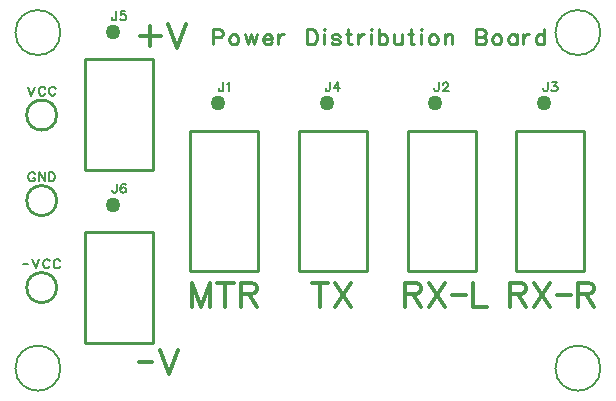
<source format=gbr>
G04 DipTrace 3.3.1.3*
G04 TopSilk.gbr*
%MOIN*%
G04 #@! TF.FileFunction,Legend,Top*
G04 #@! TF.Part,Single*
%ADD10C,0.009843*%
%ADD17C,0.005*%
%ADD19C,0.049984*%
%ADD22C,0.049984*%
%ADD33C,0.006562*%
%ADD34C,0.012351*%
%ADD35C,0.010936*%
%FSLAX26Y26*%
G04*
G70*
G90*
G75*
G01*
G04 TopSilk*
%LPD*%
X62500Y368750D2*
D10*
G02X62500Y368750I50000J0D01*
G01*
Y658750D2*
G02X62500Y658750I50000J0D01*
G01*
X833858Y892084D2*
X607480D1*
Y423573D1*
X833858D1*
Y892084D1*
D19*
X700001Y982819D3*
X1558858Y892084D2*
D10*
X1332480D1*
Y423573D1*
X1558858D1*
Y892084D1*
D19*
X1425001Y982819D3*
X1921358Y892084D2*
D10*
X1694980D1*
Y423573D1*
X1921358D1*
Y892084D1*
D19*
X1787501Y982819D3*
X1196358Y892084D2*
D10*
X969980D1*
Y423573D1*
X1196358D1*
Y892084D1*
D19*
X1062501Y982819D3*
X483858Y1129583D2*
D10*
X257480D1*
Y759498D1*
X483858D1*
Y1129583D1*
D22*
X350001Y1219534D3*
X483858Y554583D2*
D10*
X257480D1*
Y184498D1*
X483858D1*
Y554583D1*
D22*
X350001Y644534D3*
X62500Y943750D2*
D10*
G02X62500Y943750I50000J0D01*
G01*
X25000Y1218750D2*
D17*
G02X25000Y1218750I75000J0D01*
G01*
X1825000D2*
G02X1825000Y1218750I75000J0D01*
G01*
X25000Y100000D2*
G02X25000Y100000I75000J0D01*
G01*
X1825000D2*
G02X1825000Y100000I75000J0D01*
G01*
X51529Y448560D2*
D33*
X68109D1*
X81233Y463649D2*
X92707Y433505D1*
X104181Y463649D1*
X138826Y456486D2*
X137400Y459338D1*
X134515Y462223D1*
X131663Y463649D1*
X125926D1*
X123041Y462223D1*
X120189Y459338D1*
X118730Y456486D1*
X117304Y452175D1*
Y444979D1*
X118730Y440701D1*
X120189Y437816D1*
X123041Y434964D1*
X125926Y433505D1*
X131663D1*
X134515Y434964D1*
X137400Y437816D1*
X138826Y440701D1*
X173471Y456486D2*
X172045Y459338D1*
X169160Y462223D1*
X166308Y463649D1*
X160571D1*
X157686Y462223D1*
X154834Y459338D1*
X153375Y456486D1*
X151949Y452175D1*
Y444979D1*
X153375Y440701D1*
X154834Y437816D1*
X157686Y434964D1*
X160571Y433505D1*
X166308D1*
X169160Y434964D1*
X172045Y437816D1*
X173471Y440701D1*
X90042Y746486D2*
X88616Y749338D1*
X85731Y752223D1*
X82879Y753649D1*
X77142D1*
X74257Y752223D1*
X71405Y749338D1*
X69946Y746486D1*
X68520Y742175D1*
Y734979D1*
X69946Y730701D1*
X71405Y727816D1*
X74257Y724964D1*
X77142Y723505D1*
X82879D1*
X85731Y724964D1*
X88616Y727816D1*
X90042Y730701D1*
Y734979D1*
X82879D1*
X123261Y753649D2*
Y723505D1*
X103165Y753649D1*
Y723505D1*
X136384Y753649D2*
Y723505D1*
X146432D1*
X150743Y724964D1*
X153628Y727816D1*
X155054Y730701D1*
X156480Y734979D1*
Y742175D1*
X155054Y746486D1*
X153628Y749338D1*
X150743Y752223D1*
X146432Y753649D1*
X136384D1*
X717689Y1052724D2*
Y1029776D1*
X716263Y1025465D1*
X714804Y1024039D1*
X711952Y1022580D1*
X709067D1*
X706215Y1024039D1*
X704789Y1025465D1*
X703330Y1029776D1*
Y1032628D1*
X730812Y1046953D2*
X733698Y1048413D1*
X738009Y1052690D1*
Y1022580D1*
X1436239Y1052724D2*
Y1029776D1*
X1434813Y1025465D1*
X1433354Y1024039D1*
X1430502Y1022580D1*
X1427617D1*
X1424765Y1024039D1*
X1423339Y1025465D1*
X1421880Y1029776D1*
Y1032628D1*
X1450822Y1045528D2*
Y1046953D1*
X1452248Y1049839D1*
X1453674Y1051264D1*
X1456559Y1052690D1*
X1462296D1*
X1465147Y1051264D1*
X1466573Y1049839D1*
X1468033Y1046953D1*
Y1044102D1*
X1466573Y1041216D1*
X1463722Y1036939D1*
X1449362Y1022580D1*
X1469458D1*
X1798739Y1052724D2*
Y1029776D1*
X1797313Y1025465D1*
X1795854Y1024039D1*
X1793002Y1022580D1*
X1790117D1*
X1787265Y1024039D1*
X1785839Y1025465D1*
X1784380Y1029776D1*
Y1032628D1*
X1814748Y1052690D2*
X1830499D1*
X1821910Y1041216D1*
X1826222D1*
X1829073Y1039791D1*
X1830499Y1038365D1*
X1831958Y1034054D1*
Y1031202D1*
X1830499Y1026891D1*
X1827647Y1024006D1*
X1823336Y1022580D1*
X1819025D1*
X1814748Y1024006D1*
X1813322Y1025465D1*
X1811862Y1028317D1*
X1073026Y1052724D2*
Y1029776D1*
X1071600Y1025465D1*
X1070141Y1024039D1*
X1067289Y1022580D1*
X1064404D1*
X1061552Y1024039D1*
X1060126Y1025465D1*
X1058667Y1029776D1*
Y1032628D1*
X1100509Y1022580D2*
Y1052690D1*
X1086150Y1032628D1*
X1107671D1*
X361239Y1289436D2*
Y1266488D1*
X359813Y1262177D1*
X358354Y1260751D1*
X355502Y1259292D1*
X352617D1*
X349765Y1260751D1*
X348339Y1262177D1*
X346880Y1266488D1*
Y1269340D1*
X391573Y1289403D2*
X377248D1*
X375822Y1276503D1*
X377248Y1277929D1*
X381559Y1279388D1*
X385836D1*
X390147Y1277929D1*
X393033Y1275077D1*
X394458Y1270766D1*
Y1267914D1*
X393033Y1263603D1*
X390147Y1260718D1*
X385836Y1259292D1*
X381559D1*
X377248Y1260718D1*
X375822Y1262177D1*
X374362Y1265029D1*
X361969Y714436D2*
Y691488D1*
X360543Y687177D1*
X359084Y685751D1*
X356232Y684292D1*
X353347D1*
X350495Y685751D1*
X349069Y687177D1*
X347610Y691488D1*
Y694340D1*
X392303Y710125D2*
X390877Y712977D1*
X386566Y714403D1*
X383714D1*
X379403Y712977D1*
X376518Y708666D1*
X375092Y701503D1*
Y694340D1*
X376518Y688603D1*
X379403Y685718D1*
X383714Y684292D1*
X385140D1*
X389418Y685718D1*
X392303Y688603D1*
X393729Y692914D1*
Y694340D1*
X392303Y698651D1*
X389418Y701503D1*
X385140Y702929D1*
X383714D1*
X379403Y701503D1*
X376518Y698651D1*
X375092Y694340D1*
X66381Y1038649D2*
X77855Y1008505D1*
X89329Y1038649D1*
X123974Y1031486D2*
X122548Y1034338D1*
X119663Y1037223D1*
X116811Y1038649D1*
X111074D1*
X108189Y1037223D1*
X105337Y1034338D1*
X103878Y1031486D1*
X102452Y1027175D1*
Y1019979D1*
X103878Y1015701D1*
X105337Y1012816D1*
X108189Y1009964D1*
X111074Y1008505D1*
X116811D1*
X119663Y1009964D1*
X122548Y1012816D1*
X123974Y1015701D1*
X158619Y1031486D2*
X157193Y1034338D1*
X154308Y1037223D1*
X151456Y1038649D1*
X145719D1*
X142834Y1037223D1*
X139982Y1034338D1*
X138523Y1031486D1*
X137097Y1027175D1*
Y1019979D1*
X138523Y1015701D1*
X139982Y1012816D1*
X142834Y1009964D1*
X145719Y1008505D1*
X151456D1*
X154308Y1009964D1*
X157193Y1012816D1*
X158619Y1015701D1*
X474187Y1241980D2*
D34*
Y1173092D1*
X439787Y1207492D2*
X508675D1*
X533378Y1247772D2*
X563975Y1167388D1*
X594572Y1247772D1*
X437500Y120056D2*
X481715D1*
X506418Y160292D2*
X537015Y79908D1*
X567613Y160292D1*
X673694Y304908D2*
Y385292D1*
X643097Y304908D1*
X612500Y385292D1*
Y304908D1*
X725192Y385292D2*
Y304908D1*
X698397Y385292D2*
X751986D1*
X776689Y347001D2*
X811089D1*
X822585Y350892D1*
X826476Y354695D1*
X830279Y362300D1*
Y369993D1*
X826476Y377598D1*
X822585Y381489D1*
X811089Y385292D1*
X776689D1*
Y304908D1*
X803484Y347001D2*
X830279Y304908D1*
X1039295Y385292D2*
Y304908D1*
X1012500Y385292D2*
X1066089D1*
X1090792D2*
X1144381Y304908D1*
Y385292D2*
X1090792Y304908D1*
X1325000Y347001D2*
X1359400D1*
X1370896Y350892D1*
X1374787Y354695D1*
X1378589Y362300D1*
Y369993D1*
X1374787Y377598D1*
X1370896Y381489D1*
X1359400Y385292D1*
X1325000D1*
Y304908D1*
X1351795Y347001D2*
X1378589Y304908D1*
X1403292Y385292D2*
X1456881Y304908D1*
Y385292D2*
X1403292Y304908D1*
X1481584Y345056D2*
X1525800D1*
X1550503Y385292D2*
Y304908D1*
X1596398D1*
X1675000Y347001D2*
X1709400D1*
X1720896Y350892D1*
X1724787Y354695D1*
X1728589Y362300D1*
Y369993D1*
X1724787Y377598D1*
X1720896Y381489D1*
X1709400Y385292D1*
X1675000D1*
Y304908D1*
X1701795Y347001D2*
X1728589Y304908D1*
X1753292Y385292D2*
X1806881Y304908D1*
Y385292D2*
X1753292Y304908D1*
X1831584Y345056D2*
X1875800D1*
X1900503Y347001D2*
X1934902D1*
X1946398Y350892D1*
X1950289Y354695D1*
X1954092Y362300D1*
Y369993D1*
X1950289Y377598D1*
X1946398Y381489D1*
X1934902Y385292D1*
X1900503D1*
Y304908D1*
X1927297Y347001D2*
X1954092Y304908D1*
X682028Y1202980D2*
D35*
X703584D1*
X710713Y1205356D1*
X713145Y1207788D1*
X715522Y1212541D1*
Y1219726D1*
X713145Y1224480D1*
X710713Y1226911D1*
X703584Y1229288D1*
X682028D1*
Y1179048D1*
X749332Y1212541D2*
X744579Y1210165D1*
X739771Y1205356D1*
X737394Y1198171D1*
Y1193418D1*
X739771Y1186233D1*
X744579Y1181480D1*
X749332Y1179048D1*
X756517D1*
X761326Y1181480D1*
X766079Y1186233D1*
X768511Y1193418D1*
Y1198171D1*
X766079Y1205356D1*
X761326Y1210165D1*
X756517Y1212541D1*
X749332D1*
X790383D2*
X799945Y1179048D1*
X809506Y1212541D1*
X819068Y1179048D1*
X828630Y1212541D1*
X850502Y1198171D2*
X879187D1*
Y1202980D1*
X876810Y1207788D1*
X874434Y1210165D1*
X869625Y1212541D1*
X862440D1*
X857687Y1210165D1*
X852878Y1205356D1*
X850502Y1198171D1*
Y1193418D1*
X852878Y1186233D1*
X857687Y1181480D1*
X862440Y1179048D1*
X869625D1*
X874434Y1181480D1*
X879187Y1186233D1*
X901059Y1212541D2*
Y1179048D1*
Y1198171D2*
X903491Y1205356D1*
X908244Y1210165D1*
X913052Y1212541D1*
X920238D1*
X997144Y1229288D2*
Y1179048D1*
X1013890D1*
X1021075Y1181480D1*
X1025884Y1186233D1*
X1028261Y1191042D1*
X1030637Y1198171D1*
Y1210165D1*
X1028261Y1217350D1*
X1025884Y1222103D1*
X1021075Y1226911D1*
X1013890Y1229288D1*
X997144D1*
X1052509D2*
X1054886Y1226911D1*
X1057318Y1229288D1*
X1054886Y1231720D1*
X1052509Y1229288D1*
X1054886Y1212541D2*
Y1179048D1*
X1105498Y1205356D2*
X1103122Y1210165D1*
X1095937Y1212541D1*
X1088752D1*
X1081567Y1210165D1*
X1079190Y1205356D1*
X1081567Y1200603D1*
X1086375Y1198171D1*
X1098313Y1195795D1*
X1103122Y1193418D1*
X1105498Y1188610D1*
Y1186233D1*
X1103122Y1181480D1*
X1095937Y1179048D1*
X1088752D1*
X1081567Y1181480D1*
X1079190Y1186233D1*
X1134556Y1229288D2*
Y1188610D1*
X1136932Y1181480D1*
X1141741Y1179048D1*
X1146494D1*
X1127371Y1212541D2*
X1144117D1*
X1168366D2*
Y1179048D1*
Y1198171D2*
X1170798Y1205356D1*
X1175551Y1210165D1*
X1180360Y1212541D1*
X1187545D1*
X1209417Y1229288D2*
X1211794Y1226911D1*
X1214225Y1229288D1*
X1211794Y1231720D1*
X1209417Y1229288D1*
X1211794Y1212541D2*
Y1179048D1*
X1236098Y1229288D2*
Y1179048D1*
Y1205356D2*
X1240906Y1210165D1*
X1245659Y1212541D1*
X1252844D1*
X1257598Y1210165D1*
X1262406Y1205356D1*
X1264783Y1198171D1*
Y1193418D1*
X1262406Y1186233D1*
X1257598Y1181480D1*
X1252844Y1179048D1*
X1245659D1*
X1240906Y1181480D1*
X1236098Y1186233D1*
X1286655Y1212541D2*
Y1188610D1*
X1289031Y1181480D1*
X1293840Y1179048D1*
X1301025D1*
X1305778Y1181480D1*
X1312963Y1188610D1*
Y1212541D2*
Y1179048D1*
X1342020Y1229288D2*
Y1188610D1*
X1344397Y1181480D1*
X1349205Y1179048D1*
X1353959D1*
X1334835Y1212541D2*
X1351582D1*
X1375831Y1229288D2*
X1378208Y1226911D1*
X1380639Y1229288D1*
X1378208Y1231720D1*
X1375831Y1229288D1*
X1378208Y1212541D2*
Y1179048D1*
X1414450Y1212541D2*
X1409697Y1210165D1*
X1404888Y1205356D1*
X1402512Y1198171D1*
Y1193418D1*
X1404888Y1186233D1*
X1409697Y1181480D1*
X1414450Y1179048D1*
X1421635D1*
X1426443Y1181480D1*
X1431197Y1186233D1*
X1433628Y1193418D1*
Y1198171D1*
X1431197Y1205356D1*
X1426443Y1210165D1*
X1421635Y1212541D1*
X1414450D1*
X1455501D2*
Y1179048D1*
Y1202980D2*
X1462686Y1210165D1*
X1467494Y1212541D1*
X1474624D1*
X1479432Y1210165D1*
X1481809Y1202980D1*
Y1179048D1*
X1558715Y1229288D2*
Y1179048D1*
X1580270D1*
X1587455Y1181480D1*
X1589832Y1183856D1*
X1592209Y1188610D1*
Y1195795D1*
X1589832Y1200603D1*
X1587455Y1202980D1*
X1580270Y1205356D1*
X1587455Y1207788D1*
X1589832Y1210165D1*
X1592209Y1214918D1*
Y1219726D1*
X1589832Y1224480D1*
X1587455Y1226911D1*
X1580270Y1229288D1*
X1558715D1*
Y1205356D2*
X1580270D1*
X1626019Y1212541D2*
X1621266Y1210165D1*
X1616457Y1205356D1*
X1614081Y1198171D1*
Y1193418D1*
X1616457Y1186233D1*
X1621266Y1181480D1*
X1626019Y1179048D1*
X1633204D1*
X1638013Y1181480D1*
X1642766Y1186233D1*
X1645198Y1193418D1*
Y1198171D1*
X1642766Y1205356D1*
X1638013Y1210165D1*
X1633204Y1212541D1*
X1626019D1*
X1695755D2*
Y1179048D1*
Y1205356D2*
X1691002Y1210165D1*
X1686193Y1212541D1*
X1679063D1*
X1674255Y1210165D1*
X1669502Y1205356D1*
X1667070Y1198171D1*
Y1193418D1*
X1669502Y1186233D1*
X1674255Y1181480D1*
X1679063Y1179048D1*
X1686193D1*
X1691002Y1181480D1*
X1695755Y1186233D1*
X1717627Y1212541D2*
Y1179048D1*
Y1198171D2*
X1720059Y1205356D1*
X1724812Y1210165D1*
X1729620Y1212541D1*
X1736806D1*
X1787363Y1229288D2*
Y1179048D1*
Y1205356D2*
X1782609Y1210165D1*
X1777801Y1212541D1*
X1770616D1*
X1765863Y1210165D1*
X1761054Y1205356D1*
X1758678Y1198171D1*
Y1193418D1*
X1761054Y1186233D1*
X1765863Y1181480D1*
X1770616Y1179048D1*
X1777801D1*
X1782609Y1181480D1*
X1787363Y1186233D1*
M02*

</source>
